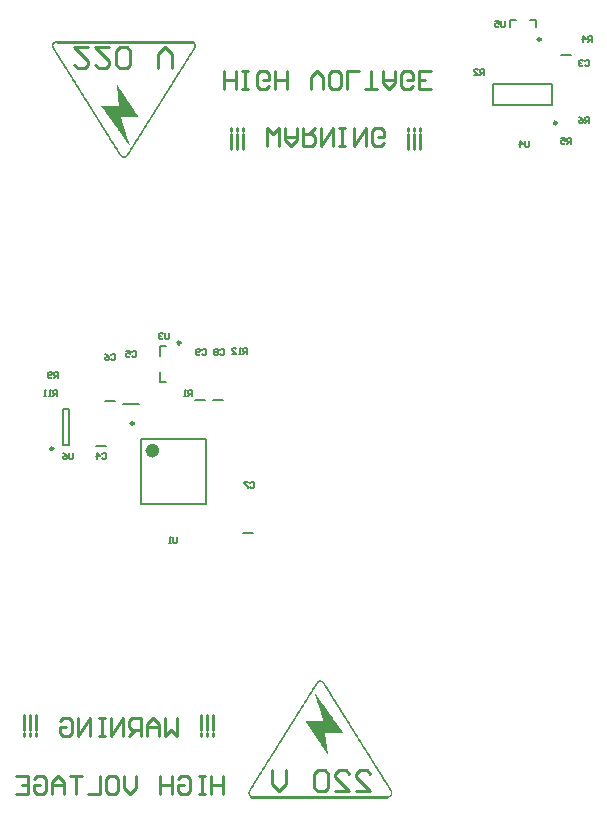
<source format=gbo>
G04*
G04 #@! TF.GenerationSoftware,Altium Limited,Altium Designer,24.5.2 (23)*
G04*
G04 Layer_Color=32896*
%FSLAX44Y44*%
%MOMM*%
G71*
G04*
G04 #@! TF.SameCoordinates,E6D3E557-3EFE-479C-B101-03A66C20DB95*
G04*
G04*
G04 #@! TF.FilePolarity,Positive*
G04*
G01*
G75*
%ADD10C,0.2540*%
%ADD11C,0.2500*%
%ADD14C,0.2000*%
%ADD17C,0.1270*%
%ADD76C,0.6000*%
G36*
X425293Y203552D02*
X426427D01*
Y203174D01*
X426805D01*
Y202796D01*
X427183D01*
Y202418D01*
X427561D01*
Y202040D01*
X427939D01*
Y201283D01*
X428317D01*
Y200905D01*
X428696D01*
Y200149D01*
X429074D01*
Y199393D01*
X429452D01*
Y199015D01*
X429830D01*
Y198259D01*
X430208D01*
Y197881D01*
X430586D01*
Y197125D01*
X430964D01*
Y196747D01*
X431342D01*
Y195991D01*
X431720D01*
Y195234D01*
X432098D01*
Y194856D01*
X432476D01*
Y194100D01*
X432854D01*
Y193722D01*
X433232D01*
Y192966D01*
X433610D01*
Y192210D01*
X433988D01*
Y191832D01*
X434367D01*
Y191076D01*
X434745D01*
Y190698D01*
X435123D01*
Y189941D01*
X435501D01*
Y189185D01*
X435879D01*
Y188807D01*
X436257D01*
Y188051D01*
X436635D01*
Y187673D01*
X437013D01*
Y186917D01*
X437391D01*
Y186161D01*
X437769D01*
Y185783D01*
X438147D01*
Y185026D01*
X438525D01*
Y184648D01*
X438904D01*
Y183892D01*
X439282D01*
Y183136D01*
X439660D01*
Y182758D01*
X440038D01*
Y182002D01*
X440416D01*
Y181624D01*
X440794D01*
Y180868D01*
X441172D01*
Y180112D01*
X441550D01*
Y179734D01*
X441928D01*
Y178977D01*
X442306D01*
Y178599D01*
X442684D01*
Y177843D01*
X443062D01*
Y177087D01*
X443440D01*
Y176709D01*
X443818D01*
Y175953D01*
X444197D01*
Y175575D01*
X444575D01*
Y174819D01*
X444953D01*
Y174062D01*
X445331D01*
Y173684D01*
X445709D01*
Y172928D01*
X446087D01*
Y172550D01*
X446465D01*
Y171794D01*
X446843D01*
Y171038D01*
X447221D01*
Y170660D01*
X447599D01*
Y169904D01*
X447977D01*
Y169526D01*
X448355D01*
Y168769D01*
X448733D01*
Y168391D01*
X449111D01*
Y167635D01*
X449490D01*
Y166879D01*
X449868D01*
Y166501D01*
X450246D01*
Y165745D01*
X450624D01*
Y165367D01*
X451002D01*
Y164611D01*
X451380D01*
Y163855D01*
X451758D01*
Y163476D01*
X452136D01*
Y162720D01*
X452514D01*
Y162342D01*
X452892D01*
Y161586D01*
X453270D01*
Y160830D01*
X453648D01*
Y160452D01*
X454026D01*
Y159696D01*
X454404D01*
Y159318D01*
X454782D01*
Y158561D01*
X455160D01*
Y157805D01*
X455539D01*
Y157427D01*
X455917D01*
Y156671D01*
X456295D01*
Y156293D01*
X456673D01*
Y155537D01*
X457051D01*
Y154781D01*
X457429D01*
Y154403D01*
X457807D01*
Y153647D01*
X458185D01*
Y153268D01*
X458563D01*
Y152512D01*
X458941D01*
Y151756D01*
X459319D01*
Y151378D01*
X459697D01*
Y150622D01*
X460075D01*
Y150244D01*
X460453D01*
Y149488D01*
X460832D01*
Y148732D01*
X461210D01*
Y148354D01*
X461588D01*
Y147597D01*
X461966D01*
Y147219D01*
X462344D01*
Y146463D01*
X462722D01*
Y145707D01*
X463100D01*
Y145329D01*
X463478D01*
Y144573D01*
X463856D01*
Y144195D01*
X464234D01*
Y143439D01*
X464612D01*
Y142683D01*
X464990D01*
Y142304D01*
X465368D01*
Y141548D01*
X465746D01*
Y141170D01*
X466125D01*
Y140414D01*
X466503D01*
Y139658D01*
X466881D01*
Y139280D01*
X467259D01*
Y138524D01*
X467637D01*
Y138146D01*
X468015D01*
Y137389D01*
X468393D01*
Y136633D01*
X468771D01*
Y136255D01*
X469149D01*
Y135499D01*
X469527D01*
Y135121D01*
X469905D01*
Y134365D01*
X470283D01*
Y133609D01*
X470662D01*
Y133231D01*
X471040D01*
Y132475D01*
X471418D01*
Y132097D01*
X471796D01*
Y131340D01*
X472174D01*
Y130584D01*
X472552D01*
Y130206D01*
X472930D01*
Y129450D01*
X473308D01*
Y129072D01*
X473686D01*
Y128316D01*
X474064D01*
Y127938D01*
X474442D01*
Y127182D01*
X474820D01*
Y126426D01*
X475198D01*
Y126047D01*
X475576D01*
Y125291D01*
X475955D01*
Y124913D01*
X476333D01*
Y124157D01*
X476711D01*
Y123401D01*
X477089D01*
Y123023D01*
X477467D01*
Y122267D01*
X477845D01*
Y121889D01*
X478223D01*
Y121132D01*
X478601D01*
Y120376D01*
X478979D01*
Y119998D01*
X479357D01*
Y119242D01*
X479735D01*
Y118864D01*
X480113D01*
Y118108D01*
X480491D01*
Y117352D01*
X480869D01*
Y116974D01*
X481247D01*
Y116217D01*
X481626D01*
Y115839D01*
X482004D01*
Y115083D01*
X482382D01*
Y114327D01*
X482760D01*
Y113949D01*
X483138D01*
Y113193D01*
X483516D01*
Y112815D01*
X483894D01*
Y112059D01*
X484272D01*
Y111303D01*
X484650D01*
Y110925D01*
X485028D01*
Y110168D01*
X485406D01*
Y107144D01*
X485028D01*
Y106388D01*
X484650D01*
Y106010D01*
X484272D01*
Y105632D01*
X483894D01*
Y105253D01*
X483138D01*
Y104875D01*
X365558D01*
Y105253D01*
X364801D01*
Y105632D01*
X364423D01*
Y106010D01*
X364045D01*
Y106766D01*
X363667D01*
Y107522D01*
X363289D01*
Y109790D01*
X363667D01*
Y110546D01*
X364045D01*
Y111303D01*
X364423D01*
Y112059D01*
X364801D01*
Y112437D01*
X365180D01*
Y113193D01*
X365558D01*
Y113949D01*
X365936D01*
Y114327D01*
X366314D01*
Y115083D01*
X366692D01*
Y115461D01*
X367070D01*
Y116217D01*
X367448D01*
Y116596D01*
X367826D01*
Y117352D01*
X368204D01*
Y118108D01*
X368582D01*
Y118486D01*
X368960D01*
Y119242D01*
X369338D01*
Y119620D01*
X369716D01*
Y120376D01*
X370094D01*
Y121132D01*
X370473D01*
Y121510D01*
X370851D01*
Y122267D01*
X371229D01*
Y122645D01*
X371607D01*
Y123401D01*
X371985D01*
Y124157D01*
X372363D01*
Y124535D01*
X372741D01*
Y125291D01*
X373119D01*
Y125669D01*
X373497D01*
Y126426D01*
X373875D01*
Y127182D01*
X374253D01*
Y127560D01*
X374631D01*
Y128316D01*
X375009D01*
Y128694D01*
X375387D01*
Y129450D01*
X375766D01*
Y130206D01*
X376144D01*
Y130584D01*
X376522D01*
Y131340D01*
X376900D01*
Y131718D01*
X377278D01*
Y132475D01*
X377656D01*
Y133231D01*
X378034D01*
Y133609D01*
X378412D01*
Y134365D01*
X378790D01*
Y134743D01*
X379168D01*
Y135499D01*
X379546D01*
Y136255D01*
X379924D01*
Y136633D01*
X380302D01*
Y137389D01*
X380681D01*
Y137768D01*
X381059D01*
Y138524D01*
X381437D01*
Y139280D01*
X381815D01*
Y139658D01*
X382193D01*
Y140414D01*
X382571D01*
Y140792D01*
X382949D01*
Y141548D01*
X383327D01*
Y141926D01*
X383705D01*
Y142683D01*
X384083D01*
Y143439D01*
X384461D01*
Y143817D01*
X384839D01*
Y144573D01*
X385217D01*
Y144951D01*
X385595D01*
Y145707D01*
X385974D01*
Y146463D01*
X386352D01*
Y146841D01*
X386730D01*
Y147597D01*
X387108D01*
Y148354D01*
X387486D01*
Y148732D01*
X387864D01*
Y149488D01*
X388242D01*
Y149866D01*
X388620D01*
Y150622D01*
X388998D01*
Y151000D01*
X389376D01*
Y151756D01*
X389754D01*
Y152512D01*
X390132D01*
Y152890D01*
X390510D01*
Y153647D01*
X390888D01*
Y154025D01*
X391267D01*
Y154781D01*
X391645D01*
Y155537D01*
X392023D01*
Y155915D01*
X392401D01*
Y156671D01*
X392779D01*
Y157049D01*
X393157D01*
Y157805D01*
X393535D01*
Y158561D01*
X393913D01*
Y158940D01*
X394291D01*
Y159696D01*
X394669D01*
Y160074D01*
X395047D01*
Y160830D01*
X395425D01*
Y161586D01*
X395803D01*
Y161964D01*
X396181D01*
Y162720D01*
X396559D01*
Y163098D01*
X396938D01*
Y163855D01*
X397316D01*
Y164611D01*
X397694D01*
Y164989D01*
X398072D01*
Y165745D01*
X398450D01*
Y166123D01*
X398828D01*
Y166879D01*
X399206D01*
Y167635D01*
X399584D01*
Y168013D01*
X399962D01*
Y168769D01*
X400340D01*
Y169147D01*
X400718D01*
Y169904D01*
X401096D01*
Y170282D01*
X401474D01*
Y171038D01*
X401852D01*
Y171794D01*
X402231D01*
Y172172D01*
X402609D01*
Y172928D01*
X402987D01*
Y173684D01*
X403365D01*
Y174062D01*
X403743D01*
Y174819D01*
X404121D01*
Y175197D01*
X404499D01*
Y175953D01*
X404877D01*
Y176709D01*
X405255D01*
Y177087D01*
X405633D01*
Y177843D01*
X406011D01*
Y178221D01*
X406389D01*
Y178977D01*
X406767D01*
Y179355D01*
X407146D01*
Y180112D01*
X407524D01*
Y180868D01*
X407902D01*
Y181246D01*
X408280D01*
Y182002D01*
X408658D01*
Y182758D01*
X409036D01*
Y183136D01*
X409414D01*
Y183892D01*
X409792D01*
Y184270D01*
X410170D01*
Y185026D01*
X410548D01*
Y185405D01*
X410926D01*
Y186161D01*
X411304D01*
Y186917D01*
X411682D01*
Y187295D01*
X412060D01*
Y188051D01*
X412439D01*
Y188429D01*
X412817D01*
Y189185D01*
X413195D01*
Y189941D01*
X413573D01*
Y190319D01*
X413951D01*
Y191076D01*
X414329D01*
Y191454D01*
X414707D01*
Y192210D01*
X415085D01*
Y192966D01*
X415463D01*
Y193344D01*
X415841D01*
Y194100D01*
X416219D01*
Y194478D01*
X416597D01*
Y195234D01*
X416975D01*
Y195991D01*
X417353D01*
Y196369D01*
X417732D01*
Y197125D01*
X418110D01*
Y197503D01*
X418488D01*
Y198259D01*
X418866D01*
Y199015D01*
X419244D01*
Y199393D01*
X419622D01*
Y200149D01*
X420000D01*
Y200527D01*
X420378D01*
Y201283D01*
X420756D01*
Y202040D01*
X421134D01*
Y202418D01*
X421512D01*
Y202796D01*
X421890D01*
Y203174D01*
X422268D01*
Y203552D01*
X423403D01*
Y203930D01*
X425293D01*
Y203552D01*
D02*
G37*
G36*
X316940Y744631D02*
X317696D01*
Y744252D01*
X318075D01*
Y743874D01*
X318453D01*
Y743118D01*
X318831D01*
Y742362D01*
X319209D01*
Y740094D01*
X318831D01*
Y739338D01*
X318453D01*
Y738581D01*
X318075D01*
Y737825D01*
X317696D01*
Y737447D01*
X317318D01*
Y736691D01*
X316940D01*
Y735935D01*
X316562D01*
Y735557D01*
X316184D01*
Y734801D01*
X315806D01*
Y734423D01*
X315428D01*
Y733667D01*
X315050D01*
Y733288D01*
X314672D01*
Y732532D01*
X314294D01*
Y731776D01*
X313916D01*
Y731398D01*
X313538D01*
Y730642D01*
X313160D01*
Y730264D01*
X312782D01*
Y729508D01*
X312404D01*
Y728752D01*
X312025D01*
Y728373D01*
X311647D01*
Y727617D01*
X311269D01*
Y727239D01*
X310891D01*
Y726483D01*
X310513D01*
Y725727D01*
X310135D01*
Y725349D01*
X309757D01*
Y724593D01*
X309379D01*
Y724215D01*
X309001D01*
Y723458D01*
X308623D01*
Y722702D01*
X308245D01*
Y722324D01*
X307867D01*
Y721568D01*
X307489D01*
Y721190D01*
X307111D01*
Y720434D01*
X306732D01*
Y719678D01*
X306354D01*
Y719300D01*
X305976D01*
Y718544D01*
X305598D01*
Y718166D01*
X305220D01*
Y717409D01*
X304842D01*
Y716653D01*
X304464D01*
Y716275D01*
X304086D01*
Y715519D01*
X303708D01*
Y715141D01*
X303330D01*
Y714385D01*
X302952D01*
Y713629D01*
X302574D01*
Y713251D01*
X302196D01*
Y712495D01*
X301817D01*
Y712116D01*
X301439D01*
Y711360D01*
X301061D01*
Y710604D01*
X300683D01*
Y710226D01*
X300305D01*
Y709470D01*
X299927D01*
Y709092D01*
X299549D01*
Y708336D01*
X299171D01*
Y707958D01*
X298793D01*
Y707202D01*
X298415D01*
Y706445D01*
X298037D01*
Y706067D01*
X297659D01*
Y705311D01*
X297281D01*
Y704933D01*
X296903D01*
Y704177D01*
X296525D01*
Y703421D01*
X296146D01*
Y703043D01*
X295768D01*
Y702287D01*
X295390D01*
Y701530D01*
X295012D01*
Y701152D01*
X294634D01*
Y700396D01*
X294256D01*
Y700018D01*
X293878D01*
Y699262D01*
X293500D01*
Y698884D01*
X293122D01*
Y698128D01*
X292744D01*
Y697372D01*
X292366D01*
Y696994D01*
X291988D01*
Y696237D01*
X291610D01*
Y695859D01*
X291231D01*
Y695103D01*
X290853D01*
Y694347D01*
X290475D01*
Y693969D01*
X290097D01*
Y693213D01*
X289719D01*
Y692835D01*
X289341D01*
Y692079D01*
X288963D01*
Y691322D01*
X288585D01*
Y690944D01*
X288207D01*
Y690188D01*
X287829D01*
Y689810D01*
X287451D01*
Y689054D01*
X287073D01*
Y688298D01*
X286695D01*
Y687920D01*
X286317D01*
Y687164D01*
X285938D01*
Y686786D01*
X285560D01*
Y686030D01*
X285182D01*
Y685273D01*
X284804D01*
Y684895D01*
X284426D01*
Y684139D01*
X284048D01*
Y683761D01*
X283670D01*
Y683005D01*
X283292D01*
Y682249D01*
X282914D01*
Y681871D01*
X282536D01*
Y681115D01*
X282158D01*
Y680736D01*
X281780D01*
Y679980D01*
X281402D01*
Y679602D01*
X281024D01*
Y678846D01*
X280646D01*
Y678090D01*
X280267D01*
Y677712D01*
X279889D01*
Y676956D01*
X279511D01*
Y676200D01*
X279133D01*
Y675822D01*
X278755D01*
Y675065D01*
X278377D01*
Y674687D01*
X277999D01*
Y673931D01*
X277621D01*
Y673175D01*
X277243D01*
Y672797D01*
X276865D01*
Y672041D01*
X276487D01*
Y671663D01*
X276109D01*
Y670907D01*
X275731D01*
Y670529D01*
X275352D01*
Y669772D01*
X274974D01*
Y669016D01*
X274596D01*
Y668638D01*
X274218D01*
Y667882D01*
X273840D01*
Y667126D01*
X273462D01*
Y666748D01*
X273084D01*
Y665992D01*
X272706D01*
Y665614D01*
X272328D01*
Y664857D01*
X271950D01*
Y664479D01*
X271572D01*
Y663723D01*
X271194D01*
Y662967D01*
X270816D01*
Y662589D01*
X270438D01*
Y661833D01*
X270060D01*
Y661455D01*
X269681D01*
Y660699D01*
X269303D01*
Y659943D01*
X268925D01*
Y659565D01*
X268547D01*
Y658808D01*
X268169D01*
Y658430D01*
X267791D01*
Y657674D01*
X267413D01*
Y656918D01*
X267035D01*
Y656540D01*
X266657D01*
Y655784D01*
X266279D01*
Y655406D01*
X265901D01*
Y654650D01*
X265523D01*
Y653893D01*
X265145D01*
Y653515D01*
X264767D01*
Y652759D01*
X264388D01*
Y652381D01*
X264010D01*
Y651625D01*
X263632D01*
Y650869D01*
X263254D01*
Y650491D01*
X262876D01*
Y649735D01*
X262498D01*
Y649357D01*
X262120D01*
Y648600D01*
X261742D01*
Y647844D01*
X261364D01*
Y647466D01*
X260986D01*
Y647088D01*
X260608D01*
Y646710D01*
X260230D01*
Y646332D01*
X259095D01*
Y645954D01*
X257205D01*
Y646332D01*
X256071D01*
Y646710D01*
X255693D01*
Y647088D01*
X255315D01*
Y647466D01*
X254937D01*
Y647844D01*
X254559D01*
Y648600D01*
X254181D01*
Y648979D01*
X253802D01*
Y649735D01*
X253424D01*
Y650491D01*
X253046D01*
Y650869D01*
X252668D01*
Y651625D01*
X252290D01*
Y652003D01*
X251912D01*
Y652759D01*
X251534D01*
Y653137D01*
X251156D01*
Y653893D01*
X250778D01*
Y654650D01*
X250400D01*
Y655028D01*
X250022D01*
Y655784D01*
X249644D01*
Y656162D01*
X249266D01*
Y656918D01*
X248888D01*
Y657674D01*
X248510D01*
Y658052D01*
X248131D01*
Y658808D01*
X247753D01*
Y659186D01*
X247375D01*
Y659943D01*
X246997D01*
Y660699D01*
X246619D01*
Y661077D01*
X246241D01*
Y661833D01*
X245863D01*
Y662211D01*
X245485D01*
Y662967D01*
X245107D01*
Y663723D01*
X244729D01*
Y664101D01*
X244351D01*
Y664857D01*
X243973D01*
Y665236D01*
X243594D01*
Y665992D01*
X243216D01*
Y666748D01*
X242838D01*
Y667126D01*
X242460D01*
Y667882D01*
X242082D01*
Y668260D01*
X241704D01*
Y669016D01*
X241326D01*
Y669772D01*
X240948D01*
Y670151D01*
X240570D01*
Y670907D01*
X240192D01*
Y671285D01*
X239814D01*
Y672041D01*
X239436D01*
Y672797D01*
X239058D01*
Y673175D01*
X238680D01*
Y673931D01*
X238302D01*
Y674309D01*
X237924D01*
Y675065D01*
X237545D01*
Y675822D01*
X237167D01*
Y676200D01*
X236789D01*
Y676956D01*
X236411D01*
Y677334D01*
X236033D01*
Y678090D01*
X235655D01*
Y678846D01*
X235277D01*
Y679224D01*
X234899D01*
Y679980D01*
X234521D01*
Y680358D01*
X234143D01*
Y681115D01*
X233765D01*
Y681493D01*
X233387D01*
Y682249D01*
X233008D01*
Y683005D01*
X232630D01*
Y683383D01*
X232252D01*
Y684139D01*
X231874D01*
Y684517D01*
X231496D01*
Y685273D01*
X231118D01*
Y686030D01*
X230740D01*
Y686408D01*
X230362D01*
Y687164D01*
X229984D01*
Y687542D01*
X229606D01*
Y688298D01*
X229228D01*
Y689054D01*
X228850D01*
Y689432D01*
X228472D01*
Y690188D01*
X228094D01*
Y690566D01*
X227715D01*
Y691322D01*
X227337D01*
Y692079D01*
X226959D01*
Y692457D01*
X226581D01*
Y693213D01*
X226203D01*
Y693591D01*
X225825D01*
Y694347D01*
X225447D01*
Y695103D01*
X225069D01*
Y695481D01*
X224691D01*
Y696237D01*
X224313D01*
Y696616D01*
X223935D01*
Y697372D01*
X223557D01*
Y698128D01*
X223179D01*
Y698506D01*
X222801D01*
Y699262D01*
X222423D01*
Y699640D01*
X222045D01*
Y700396D01*
X221666D01*
Y701152D01*
X221288D01*
Y701530D01*
X220910D01*
Y702287D01*
X220532D01*
Y702665D01*
X220154D01*
Y703421D01*
X219776D01*
Y704177D01*
X219398D01*
Y704555D01*
X219020D01*
Y705311D01*
X218642D01*
Y705689D01*
X218264D01*
Y706445D01*
X217886D01*
Y707202D01*
X217508D01*
Y707580D01*
X217129D01*
Y708336D01*
X216751D01*
Y708714D01*
X216373D01*
Y709470D01*
X215995D01*
Y710226D01*
X215617D01*
Y710604D01*
X215239D01*
Y711360D01*
X214861D01*
Y711738D01*
X214483D01*
Y712495D01*
X214105D01*
Y713251D01*
X213727D01*
Y713629D01*
X213349D01*
Y714385D01*
X212971D01*
Y714763D01*
X212593D01*
Y715519D01*
X212215D01*
Y716275D01*
X211836D01*
Y716653D01*
X211458D01*
Y717409D01*
X211080D01*
Y717787D01*
X210702D01*
Y718544D01*
X210324D01*
Y719300D01*
X209946D01*
Y719678D01*
X209568D01*
Y720434D01*
X209190D01*
Y720812D01*
X208812D01*
Y721568D01*
X208434D01*
Y721946D01*
X208056D01*
Y722702D01*
X207678D01*
Y723458D01*
X207300D01*
Y723837D01*
X206922D01*
Y724593D01*
X206544D01*
Y724971D01*
X206166D01*
Y725727D01*
X205787D01*
Y726483D01*
X205409D01*
Y726861D01*
X205031D01*
Y727617D01*
X204653D01*
Y727995D01*
X204275D01*
Y728752D01*
X203897D01*
Y729508D01*
X203519D01*
Y729886D01*
X203141D01*
Y730642D01*
X202763D01*
Y731020D01*
X202385D01*
Y731776D01*
X202007D01*
Y732532D01*
X201629D01*
Y732910D01*
X201250D01*
Y733667D01*
X200872D01*
Y734045D01*
X200494D01*
Y734801D01*
X200116D01*
Y735557D01*
X199738D01*
Y735935D01*
X199360D01*
Y736691D01*
X198982D01*
Y737069D01*
X198604D01*
Y737825D01*
X198226D01*
Y738581D01*
X197848D01*
Y738960D01*
X197470D01*
Y739716D01*
X197092D01*
Y742740D01*
X197470D01*
Y743496D01*
X197848D01*
Y743874D01*
X198226D01*
Y744252D01*
X198604D01*
Y744631D01*
X199360D01*
Y745009D01*
X316940D01*
Y744631D01*
D02*
G37*
%LPC*%
G36*
X425671Y202418D02*
X423403D01*
Y202040D01*
X422646D01*
Y201662D01*
X422268D01*
Y200905D01*
X421890D01*
Y200527D01*
X421512D01*
Y199771D01*
X421134D01*
Y199393D01*
X420756D01*
Y198637D01*
X420378D01*
Y197881D01*
X420000D01*
Y197503D01*
X419622D01*
Y196747D01*
X419244D01*
Y196369D01*
X418866D01*
Y195613D01*
X418488D01*
Y194856D01*
X418110D01*
Y194478D01*
X417732D01*
Y193722D01*
X417353D01*
Y193344D01*
X416975D01*
Y192588D01*
X416597D01*
Y191832D01*
X416219D01*
Y191454D01*
X415841D01*
Y190698D01*
X415463D01*
Y190319D01*
X415085D01*
Y189563D01*
X414707D01*
Y188807D01*
X414329D01*
Y188429D01*
X413951D01*
Y187673D01*
X413573D01*
Y187295D01*
X413195D01*
Y186539D01*
X412817D01*
Y185783D01*
X412439D01*
Y185405D01*
X412060D01*
Y184648D01*
X411682D01*
Y184270D01*
X411304D01*
Y183514D01*
X410926D01*
Y182758D01*
X410548D01*
Y182380D01*
X410170D01*
Y181624D01*
X409792D01*
Y181246D01*
X409414D01*
Y180490D01*
X409036D01*
Y179734D01*
X408658D01*
Y179355D01*
X408280D01*
Y178599D01*
X407902D01*
Y178221D01*
X407524D01*
Y177465D01*
X407146D01*
Y176709D01*
X406767D01*
Y176331D01*
X406389D01*
Y175575D01*
X406011D01*
Y175197D01*
X405633D01*
Y174440D01*
X405255D01*
Y174062D01*
X404877D01*
Y173306D01*
X404499D01*
Y172550D01*
X404121D01*
Y172172D01*
X403743D01*
Y171416D01*
X403365D01*
Y171038D01*
X402987D01*
Y170282D01*
X402609D01*
Y169526D01*
X402231D01*
Y169147D01*
X401852D01*
Y168391D01*
X401474D01*
Y168013D01*
X401096D01*
Y167257D01*
X400718D01*
Y166501D01*
X400340D01*
Y166123D01*
X399962D01*
Y165367D01*
X399584D01*
Y164989D01*
X399206D01*
Y164233D01*
X398828D01*
Y163476D01*
X398450D01*
Y163098D01*
X398072D01*
Y162342D01*
X397694D01*
Y161964D01*
X397316D01*
Y161208D01*
X396938D01*
Y160452D01*
X396559D01*
Y160074D01*
X396181D01*
Y159318D01*
X395803D01*
Y158940D01*
X395425D01*
Y158183D01*
X395047D01*
Y157427D01*
X394669D01*
Y157049D01*
X394291D01*
Y156293D01*
X393913D01*
Y155915D01*
X393535D01*
Y155159D01*
X393157D01*
Y154781D01*
X392779D01*
Y154025D01*
X392401D01*
Y153268D01*
X392023D01*
Y152890D01*
X391645D01*
Y152134D01*
X391267D01*
Y151378D01*
X390888D01*
Y151000D01*
X390510D01*
Y150244D01*
X390132D01*
Y149866D01*
X389754D01*
Y149110D01*
X389376D01*
Y148354D01*
X388998D01*
Y147976D01*
X388620D01*
Y147219D01*
X388242D01*
Y146841D01*
X387864D01*
Y146085D01*
X387486D01*
Y145329D01*
X387108D01*
Y144951D01*
X386730D01*
Y144195D01*
X386352D01*
Y143817D01*
X385974D01*
Y143061D01*
X385595D01*
Y142683D01*
X385217D01*
Y141926D01*
X384839D01*
Y141170D01*
X384461D01*
Y140792D01*
X384083D01*
Y140036D01*
X383705D01*
Y139280D01*
X383327D01*
Y138902D01*
X382949D01*
Y138146D01*
X382571D01*
Y137768D01*
X382193D01*
Y137011D01*
X381815D01*
Y136255D01*
X381437D01*
Y135877D01*
X381059D01*
Y135121D01*
X380681D01*
Y134743D01*
X380302D01*
Y133987D01*
X379924D01*
Y133609D01*
X379546D01*
Y132853D01*
X379168D01*
Y132097D01*
X378790D01*
Y131718D01*
X378412D01*
Y130962D01*
X378034D01*
Y130584D01*
X377656D01*
Y129828D01*
X377278D01*
Y129072D01*
X376900D01*
Y128694D01*
X376522D01*
Y127938D01*
X376144D01*
Y127560D01*
X375766D01*
Y126804D01*
X375387D01*
Y126047D01*
X375009D01*
Y125669D01*
X374631D01*
Y124913D01*
X374253D01*
Y124535D01*
X373875D01*
Y123779D01*
X373497D01*
Y123023D01*
X373119D01*
Y122645D01*
X372741D01*
Y121889D01*
X372363D01*
Y121510D01*
X371985D01*
Y120754D01*
X371607D01*
Y119998D01*
X371229D01*
Y119620D01*
X370851D01*
Y118864D01*
X370473D01*
Y118486D01*
X370094D01*
Y117730D01*
X369716D01*
Y116974D01*
X369338D01*
Y116596D01*
X368960D01*
Y115839D01*
X368582D01*
Y115461D01*
X368204D01*
Y114705D01*
X367826D01*
Y113949D01*
X367448D01*
Y113571D01*
X367070D01*
Y112815D01*
X366692D01*
Y112437D01*
X366314D01*
Y111681D01*
X365936D01*
Y110925D01*
X365558D01*
Y110546D01*
X365180D01*
Y109790D01*
X364801D01*
Y107522D01*
X365180D01*
Y106766D01*
X365558D01*
Y106388D01*
X366692D01*
Y106010D01*
X482382D01*
Y106388D01*
X483138D01*
Y106766D01*
X483516D01*
Y107144D01*
X483894D01*
Y108278D01*
X484272D01*
Y108656D01*
X483894D01*
Y110168D01*
X483516D01*
Y110546D01*
X483138D01*
Y111303D01*
X482760D01*
Y111681D01*
X482382D01*
Y112437D01*
X482004D01*
Y113193D01*
X481626D01*
Y113571D01*
X481247D01*
Y114327D01*
X480869D01*
Y114705D01*
X480491D01*
Y115461D01*
X480113D01*
Y116217D01*
X479735D01*
Y116596D01*
X479357D01*
Y117352D01*
X478979D01*
Y117730D01*
X478601D01*
Y118486D01*
X478223D01*
Y118864D01*
X477845D01*
Y119620D01*
X477467D01*
Y120376D01*
X477089D01*
Y120754D01*
X476711D01*
Y121510D01*
X476333D01*
Y122267D01*
X475955D01*
Y122645D01*
X475576D01*
Y123401D01*
X475198D01*
Y123779D01*
X474820D01*
Y124535D01*
X474442D01*
Y125291D01*
X474064D01*
Y125669D01*
X473686D01*
Y126426D01*
X473308D01*
Y126804D01*
X472930D01*
Y127560D01*
X472552D01*
Y128316D01*
X472174D01*
Y128694D01*
X471796D01*
Y129450D01*
X471418D01*
Y129828D01*
X471040D01*
Y130584D01*
X470662D01*
Y130962D01*
X470283D01*
Y131718D01*
X469905D01*
Y132475D01*
X469527D01*
Y132853D01*
X469149D01*
Y133609D01*
X468771D01*
Y133987D01*
X468393D01*
Y134743D01*
X468015D01*
Y135499D01*
X467637D01*
Y135877D01*
X467259D01*
Y136633D01*
X466881D01*
Y137011D01*
X466503D01*
Y137768D01*
X466125D01*
Y138524D01*
X465746D01*
Y138902D01*
X465368D01*
Y139658D01*
X464990D01*
Y140036D01*
X464612D01*
Y140792D01*
X464234D01*
Y141548D01*
X463856D01*
Y141926D01*
X463478D01*
Y142683D01*
X463100D01*
Y143061D01*
X462722D01*
Y143817D01*
X462344D01*
Y144573D01*
X461966D01*
Y144951D01*
X461588D01*
Y145707D01*
X461210D01*
Y146085D01*
X460832D01*
Y146841D01*
X460453D01*
Y147597D01*
X460075D01*
Y147976D01*
X459697D01*
Y148732D01*
X459319D01*
Y149110D01*
X458941D01*
Y149866D01*
X458563D01*
Y150622D01*
X458185D01*
Y151000D01*
X457807D01*
Y151756D01*
X457429D01*
Y152134D01*
X457051D01*
Y152890D01*
X456673D01*
Y153268D01*
X456295D01*
Y154025D01*
X455917D01*
Y154781D01*
X455539D01*
Y155159D01*
X455160D01*
Y155915D01*
X454782D01*
Y156293D01*
X454404D01*
Y157049D01*
X454026D01*
Y157805D01*
X453648D01*
Y158183D01*
X453270D01*
Y158940D01*
X452892D01*
Y159696D01*
X452514D01*
Y160074D01*
X452136D01*
Y160830D01*
X451758D01*
Y161208D01*
X451380D01*
Y161964D01*
X451002D01*
Y162342D01*
X450624D01*
Y163098D01*
X450246D01*
Y163855D01*
X449868D01*
Y164233D01*
X449490D01*
Y164989D01*
X449111D01*
Y165367D01*
X448733D01*
Y166123D01*
X448355D01*
Y166879D01*
X447977D01*
Y167257D01*
X447599D01*
Y168013D01*
X447221D01*
Y168391D01*
X446843D01*
Y169147D01*
X446465D01*
Y169904D01*
X446087D01*
Y170282D01*
X445709D01*
Y171038D01*
X445331D01*
Y171416D01*
X444953D01*
Y172172D01*
X444575D01*
Y172928D01*
X444197D01*
Y173306D01*
X443818D01*
Y174062D01*
X443440D01*
Y174440D01*
X443062D01*
Y175197D01*
X442684D01*
Y175953D01*
X442306D01*
Y176331D01*
X441928D01*
Y177087D01*
X441550D01*
Y177465D01*
X441172D01*
Y178221D01*
X440794D01*
Y178977D01*
X440416D01*
Y179355D01*
X440038D01*
Y180112D01*
X439660D01*
Y180490D01*
X439282D01*
Y181246D01*
X438904D01*
Y182002D01*
X438525D01*
Y182380D01*
X438147D01*
Y183136D01*
X437769D01*
Y183514D01*
X437391D01*
Y184270D01*
X437013D01*
Y185026D01*
X436635D01*
Y185405D01*
X436257D01*
Y186161D01*
X435879D01*
Y186539D01*
X435501D01*
Y187295D01*
X435123D01*
Y188051D01*
X434745D01*
Y188429D01*
X434367D01*
Y189185D01*
X433988D01*
Y189563D01*
X433610D01*
Y190319D01*
X433232D01*
Y191076D01*
X432854D01*
Y191454D01*
X432476D01*
Y192210D01*
X432098D01*
Y192588D01*
X431720D01*
Y193344D01*
X431342D01*
Y193722D01*
X430964D01*
Y194478D01*
X430586D01*
Y195234D01*
X430208D01*
Y195613D01*
X429830D01*
Y196369D01*
X429452D01*
Y196747D01*
X429074D01*
Y197503D01*
X428696D01*
Y198259D01*
X428317D01*
Y198637D01*
X427939D01*
Y199393D01*
X427561D01*
Y200149D01*
X427183D01*
Y200527D01*
X426805D01*
Y201283D01*
X426427D01*
Y201662D01*
X426049D01*
Y202040D01*
X425671D01*
Y202418D01*
D02*
G37*
%LPD*%
G36*
X420000Y192588D02*
X420378D01*
Y191832D01*
X420756D01*
Y191454D01*
X421134D01*
Y190698D01*
X421512D01*
Y190319D01*
X421890D01*
Y189941D01*
X422268D01*
Y189185D01*
X422646D01*
Y188807D01*
X423024D01*
Y188429D01*
X423403D01*
Y187673D01*
X423781D01*
Y187295D01*
X424159D01*
Y186539D01*
X424537D01*
Y186161D01*
X424915D01*
Y185783D01*
X425293D01*
Y185026D01*
X425671D01*
Y184648D01*
X426049D01*
Y183892D01*
X426427D01*
Y183514D01*
X426805D01*
Y183136D01*
X427183D01*
Y182380D01*
X427561D01*
Y182002D01*
X427939D01*
Y181246D01*
X428317D01*
Y180868D01*
X428696D01*
Y180490D01*
X429074D01*
Y179734D01*
X429452D01*
Y179355D01*
X429830D01*
Y178599D01*
X430208D01*
Y178221D01*
X430586D01*
Y177843D01*
X430964D01*
Y177087D01*
X431342D01*
Y176709D01*
X431720D01*
Y175953D01*
X432098D01*
Y175575D01*
X432476D01*
Y175197D01*
X432854D01*
Y174440D01*
X433232D01*
Y174062D01*
X433610D01*
Y173684D01*
X433988D01*
Y172928D01*
X434367D01*
Y172550D01*
X434745D01*
Y171794D01*
X435123D01*
Y171416D01*
X435501D01*
Y170660D01*
X435879D01*
Y170282D01*
X436257D01*
Y169904D01*
X436635D01*
Y169147D01*
X437013D01*
Y168769D01*
X437391D01*
Y168013D01*
X437769D01*
Y167635D01*
X438147D01*
Y167257D01*
X438525D01*
Y166501D01*
X438904D01*
Y166123D01*
X439282D01*
Y165745D01*
X439660D01*
Y164989D01*
X440038D01*
Y164611D01*
X440416D01*
Y163855D01*
X440794D01*
Y163476D01*
X441172D01*
Y163098D01*
X441550D01*
Y162342D01*
X441928D01*
Y161964D01*
X442306D01*
Y161208D01*
X442684D01*
Y160830D01*
X443062D01*
Y160452D01*
X443440D01*
Y159696D01*
X430208D01*
Y159318D01*
X428317D01*
Y158940D01*
X428696D01*
Y156293D01*
X429074D01*
Y153268D01*
X429452D01*
Y150244D01*
X429830D01*
Y147219D01*
X430208D01*
Y144195D01*
X430586D01*
Y141170D01*
X430208D01*
Y141926D01*
X429830D01*
Y142683D01*
X429452D01*
Y143061D01*
X429074D01*
Y143817D01*
X428696D01*
Y144195D01*
X428317D01*
Y144951D01*
X427939D01*
Y145329D01*
X427561D01*
Y146085D01*
X427183D01*
Y146463D01*
X426805D01*
Y147219D01*
X426427D01*
Y147597D01*
X426049D01*
Y148354D01*
X425671D01*
Y148732D01*
X425293D01*
Y149488D01*
X424915D01*
Y149866D01*
X424537D01*
Y150622D01*
X424159D01*
Y151000D01*
X423781D01*
Y151756D01*
X423403D01*
Y152134D01*
X423024D01*
Y152890D01*
X422646D01*
Y153268D01*
X422268D01*
Y154025D01*
X421890D01*
Y154403D01*
X421512D01*
Y155159D01*
X421134D01*
Y155537D01*
X420756D01*
Y156293D01*
X420378D01*
Y156671D01*
X420000D01*
Y157427D01*
X419622D01*
Y157805D01*
X419244D01*
Y158561D01*
X418866D01*
Y158940D01*
X418488D01*
Y159696D01*
X418110D01*
Y160074D01*
X417732D01*
Y160830D01*
X417353D01*
Y161208D01*
X416975D01*
Y161964D01*
X416597D01*
Y162342D01*
X416219D01*
Y163098D01*
X415841D01*
Y163476D01*
X415463D01*
Y164233D01*
X415085D01*
Y164611D01*
X414707D01*
Y165367D01*
X414329D01*
Y165745D01*
X413951D01*
Y166501D01*
X413573D01*
Y166879D01*
X413195D01*
Y167635D01*
X412817D01*
Y168013D01*
X412439D01*
Y168769D01*
X412060D01*
Y169147D01*
X427183D01*
Y169526D01*
X426805D01*
Y171038D01*
X426427D01*
Y172172D01*
X426049D01*
Y173306D01*
X425671D01*
Y174440D01*
X425293D01*
Y175575D01*
X424915D01*
Y176709D01*
X424537D01*
Y177843D01*
X424159D01*
Y178977D01*
X423781D01*
Y180112D01*
X423403D01*
Y181624D01*
X423024D01*
Y182758D01*
X422646D01*
Y183892D01*
X422268D01*
Y185026D01*
X421890D01*
Y186161D01*
X421512D01*
Y187295D01*
X421134D01*
Y188429D01*
X420756D01*
Y189563D01*
X420378D01*
Y190698D01*
X420000D01*
Y191832D01*
X419622D01*
Y192966D01*
X420000D01*
Y192588D01*
D02*
G37*
%LPC*%
G36*
X315806Y743874D02*
X200116D01*
Y743496D01*
X199360D01*
Y743118D01*
X198982D01*
Y742740D01*
X198604D01*
Y741606D01*
X198226D01*
Y741228D01*
X198604D01*
Y739716D01*
X198982D01*
Y739338D01*
X199360D01*
Y738581D01*
X199738D01*
Y738203D01*
X200116D01*
Y737447D01*
X200494D01*
Y736691D01*
X200872D01*
Y736313D01*
X201250D01*
Y735557D01*
X201629D01*
Y735179D01*
X202007D01*
Y734423D01*
X202385D01*
Y733667D01*
X202763D01*
Y733288D01*
X203141D01*
Y732532D01*
X203519D01*
Y732154D01*
X203897D01*
Y731398D01*
X204275D01*
Y731020D01*
X204653D01*
Y730264D01*
X205031D01*
Y729508D01*
X205409D01*
Y729130D01*
X205787D01*
Y728373D01*
X206166D01*
Y727617D01*
X206544D01*
Y727239D01*
X206922D01*
Y726483D01*
X207300D01*
Y726105D01*
X207678D01*
Y725349D01*
X208056D01*
Y724593D01*
X208434D01*
Y724215D01*
X208812D01*
Y723458D01*
X209190D01*
Y723081D01*
X209568D01*
Y722324D01*
X209946D01*
Y721568D01*
X210324D01*
Y721190D01*
X210702D01*
Y720434D01*
X211080D01*
Y720056D01*
X211458D01*
Y719300D01*
X211836D01*
Y718922D01*
X212215D01*
Y718166D01*
X212593D01*
Y717409D01*
X212971D01*
Y717031D01*
X213349D01*
Y716275D01*
X213727D01*
Y715897D01*
X214105D01*
Y715141D01*
X214483D01*
Y714385D01*
X214861D01*
Y714007D01*
X215239D01*
Y713251D01*
X215617D01*
Y712873D01*
X215995D01*
Y712116D01*
X216373D01*
Y711360D01*
X216751D01*
Y710982D01*
X217129D01*
Y710226D01*
X217508D01*
Y709848D01*
X217886D01*
Y709092D01*
X218264D01*
Y708336D01*
X218642D01*
Y707958D01*
X219020D01*
Y707202D01*
X219398D01*
Y706823D01*
X219776D01*
Y706067D01*
X220154D01*
Y705311D01*
X220532D01*
Y704933D01*
X220910D01*
Y704177D01*
X221288D01*
Y703799D01*
X221666D01*
Y703043D01*
X222045D01*
Y702287D01*
X222423D01*
Y701908D01*
X222801D01*
Y701152D01*
X223179D01*
Y700774D01*
X223557D01*
Y700018D01*
X223935D01*
Y699262D01*
X224313D01*
Y698884D01*
X224691D01*
Y698128D01*
X225069D01*
Y697750D01*
X225447D01*
Y696994D01*
X225825D01*
Y696616D01*
X226203D01*
Y695859D01*
X226581D01*
Y695103D01*
X226959D01*
Y694725D01*
X227337D01*
Y693969D01*
X227715D01*
Y693591D01*
X228094D01*
Y692835D01*
X228472D01*
Y692079D01*
X228850D01*
Y691701D01*
X229228D01*
Y690944D01*
X229606D01*
Y690188D01*
X229984D01*
Y689810D01*
X230362D01*
Y689054D01*
X230740D01*
Y688676D01*
X231118D01*
Y687920D01*
X231496D01*
Y687542D01*
X231874D01*
Y686786D01*
X232252D01*
Y686030D01*
X232630D01*
Y685651D01*
X233008D01*
Y684895D01*
X233387D01*
Y684517D01*
X233765D01*
Y683761D01*
X234143D01*
Y683005D01*
X234521D01*
Y682627D01*
X234899D01*
Y681871D01*
X235277D01*
Y681493D01*
X235655D01*
Y680736D01*
X236033D01*
Y679980D01*
X236411D01*
Y679602D01*
X236789D01*
Y678846D01*
X237167D01*
Y678468D01*
X237545D01*
Y677712D01*
X237924D01*
Y676956D01*
X238302D01*
Y676578D01*
X238680D01*
Y675822D01*
X239058D01*
Y675443D01*
X239436D01*
Y674687D01*
X239814D01*
Y673931D01*
X240192D01*
Y673553D01*
X240570D01*
Y672797D01*
X240948D01*
Y672419D01*
X241326D01*
Y671663D01*
X241704D01*
Y670907D01*
X242082D01*
Y670529D01*
X242460D01*
Y669772D01*
X242838D01*
Y669394D01*
X243216D01*
Y668638D01*
X243594D01*
Y667882D01*
X243973D01*
Y667504D01*
X244351D01*
Y666748D01*
X244729D01*
Y666370D01*
X245107D01*
Y665614D01*
X245485D01*
Y664857D01*
X245863D01*
Y664479D01*
X246241D01*
Y663723D01*
X246619D01*
Y663345D01*
X246997D01*
Y662589D01*
X247375D01*
Y661833D01*
X247753D01*
Y661455D01*
X248131D01*
Y660699D01*
X248510D01*
Y660321D01*
X248888D01*
Y659565D01*
X249266D01*
Y658808D01*
X249644D01*
Y658430D01*
X250022D01*
Y657674D01*
X250400D01*
Y657296D01*
X250778D01*
Y656540D01*
X251156D01*
Y656162D01*
X251534D01*
Y655406D01*
X251912D01*
Y654650D01*
X252290D01*
Y654271D01*
X252668D01*
Y653515D01*
X253046D01*
Y653137D01*
X253424D01*
Y652381D01*
X253802D01*
Y651625D01*
X254181D01*
Y651247D01*
X254559D01*
Y650491D01*
X254937D01*
Y649735D01*
X255315D01*
Y649357D01*
X255693D01*
Y648600D01*
X256071D01*
Y648222D01*
X256449D01*
Y647844D01*
X256827D01*
Y647466D01*
X259095D01*
Y647844D01*
X259852D01*
Y648222D01*
X260230D01*
Y648979D01*
X260608D01*
Y649357D01*
X260986D01*
Y650113D01*
X261364D01*
Y650491D01*
X261742D01*
Y651247D01*
X262120D01*
Y652003D01*
X262498D01*
Y652381D01*
X262876D01*
Y653137D01*
X263254D01*
Y653515D01*
X263632D01*
Y654271D01*
X264010D01*
Y655028D01*
X264388D01*
Y655406D01*
X264767D01*
Y656162D01*
X265145D01*
Y656540D01*
X265523D01*
Y657296D01*
X265901D01*
Y658052D01*
X266279D01*
Y658430D01*
X266657D01*
Y659186D01*
X267035D01*
Y659565D01*
X267413D01*
Y660321D01*
X267791D01*
Y661077D01*
X268169D01*
Y661455D01*
X268547D01*
Y662211D01*
X268925D01*
Y662589D01*
X269303D01*
Y663345D01*
X269681D01*
Y664101D01*
X270060D01*
Y664479D01*
X270438D01*
Y665236D01*
X270816D01*
Y665614D01*
X271194D01*
Y666370D01*
X271572D01*
Y667126D01*
X271950D01*
Y667504D01*
X272328D01*
Y668260D01*
X272706D01*
Y668638D01*
X273084D01*
Y669394D01*
X273462D01*
Y670151D01*
X273840D01*
Y670529D01*
X274218D01*
Y671285D01*
X274596D01*
Y671663D01*
X274974D01*
Y672419D01*
X275352D01*
Y673175D01*
X275731D01*
Y673553D01*
X276109D01*
Y674309D01*
X276487D01*
Y674687D01*
X276865D01*
Y675443D01*
X277243D01*
Y675822D01*
X277621D01*
Y676578D01*
X277999D01*
Y677334D01*
X278377D01*
Y677712D01*
X278755D01*
Y678468D01*
X279133D01*
Y678846D01*
X279511D01*
Y679602D01*
X279889D01*
Y680358D01*
X280267D01*
Y680736D01*
X280646D01*
Y681493D01*
X281024D01*
Y681871D01*
X281402D01*
Y682627D01*
X281780D01*
Y683383D01*
X282158D01*
Y683761D01*
X282536D01*
Y684517D01*
X282914D01*
Y684895D01*
X283292D01*
Y685651D01*
X283670D01*
Y686408D01*
X284048D01*
Y686786D01*
X284426D01*
Y687542D01*
X284804D01*
Y687920D01*
X285182D01*
Y688676D01*
X285560D01*
Y689432D01*
X285938D01*
Y689810D01*
X286317D01*
Y690566D01*
X286695D01*
Y690944D01*
X287073D01*
Y691701D01*
X287451D01*
Y692457D01*
X287829D01*
Y692835D01*
X288207D01*
Y693591D01*
X288585D01*
Y693969D01*
X288963D01*
Y694725D01*
X289341D01*
Y695103D01*
X289719D01*
Y695859D01*
X290097D01*
Y696616D01*
X290475D01*
Y696994D01*
X290853D01*
Y697750D01*
X291231D01*
Y698506D01*
X291610D01*
Y698884D01*
X291988D01*
Y699640D01*
X292366D01*
Y700018D01*
X292744D01*
Y700774D01*
X293122D01*
Y701530D01*
X293500D01*
Y701908D01*
X293878D01*
Y702665D01*
X294256D01*
Y703043D01*
X294634D01*
Y703799D01*
X295012D01*
Y704555D01*
X295390D01*
Y704933D01*
X295768D01*
Y705689D01*
X296146D01*
Y706067D01*
X296525D01*
Y706823D01*
X296903D01*
Y707202D01*
X297281D01*
Y707958D01*
X297659D01*
Y708714D01*
X298037D01*
Y709092D01*
X298415D01*
Y709848D01*
X298793D01*
Y710604D01*
X299171D01*
Y710982D01*
X299549D01*
Y711738D01*
X299927D01*
Y712116D01*
X300305D01*
Y712873D01*
X300683D01*
Y713629D01*
X301061D01*
Y714007D01*
X301439D01*
Y714763D01*
X301817D01*
Y715141D01*
X302196D01*
Y715897D01*
X302574D01*
Y716275D01*
X302952D01*
Y717031D01*
X303330D01*
Y717787D01*
X303708D01*
Y718166D01*
X304086D01*
Y718922D01*
X304464D01*
Y719300D01*
X304842D01*
Y720056D01*
X305220D01*
Y720812D01*
X305598D01*
Y721190D01*
X305976D01*
Y721946D01*
X306354D01*
Y722324D01*
X306732D01*
Y723081D01*
X307111D01*
Y723837D01*
X307489D01*
Y724215D01*
X307867D01*
Y724971D01*
X308245D01*
Y725349D01*
X308623D01*
Y726105D01*
X309001D01*
Y726861D01*
X309379D01*
Y727239D01*
X309757D01*
Y727995D01*
X310135D01*
Y728373D01*
X310513D01*
Y729130D01*
X310891D01*
Y729886D01*
X311269D01*
Y730264D01*
X311647D01*
Y731020D01*
X312025D01*
Y731398D01*
X312404D01*
Y732154D01*
X312782D01*
Y732910D01*
X313160D01*
Y733288D01*
X313538D01*
Y734045D01*
X313916D01*
Y734423D01*
X314294D01*
Y735179D01*
X314672D01*
Y735935D01*
X315050D01*
Y736313D01*
X315428D01*
Y737069D01*
X315806D01*
Y737447D01*
X316184D01*
Y738203D01*
X316562D01*
Y738960D01*
X316940D01*
Y739338D01*
X317318D01*
Y740094D01*
X317696D01*
Y742362D01*
X317318D01*
Y743118D01*
X316940D01*
Y743496D01*
X315806D01*
Y743874D01*
D02*
G37*
%LPD*%
G36*
X252290Y707958D02*
X252668D01*
Y707202D01*
X253046D01*
Y706823D01*
X253424D01*
Y706067D01*
X253802D01*
Y705689D01*
X254181D01*
Y704933D01*
X254559D01*
Y704555D01*
X254937D01*
Y703799D01*
X255315D01*
Y703421D01*
X255693D01*
Y702665D01*
X256071D01*
Y702287D01*
X256449D01*
Y701530D01*
X256827D01*
Y701152D01*
X257205D01*
Y700396D01*
X257583D01*
Y700018D01*
X257961D01*
Y699262D01*
X258339D01*
Y698884D01*
X258717D01*
Y698128D01*
X259095D01*
Y697750D01*
X259473D01*
Y696994D01*
X259852D01*
Y696616D01*
X260230D01*
Y695859D01*
X260608D01*
Y695481D01*
X260986D01*
Y694725D01*
X261364D01*
Y694347D01*
X261742D01*
Y693591D01*
X262120D01*
Y693213D01*
X262498D01*
Y692457D01*
X262876D01*
Y692079D01*
X263254D01*
Y691322D01*
X263632D01*
Y690944D01*
X264010D01*
Y690188D01*
X264388D01*
Y689810D01*
X264767D01*
Y689054D01*
X265145D01*
Y688676D01*
X265523D01*
Y687920D01*
X265901D01*
Y687542D01*
X266279D01*
Y686786D01*
X266657D01*
Y686408D01*
X267035D01*
Y685651D01*
X267413D01*
Y685273D01*
X267791D01*
Y684517D01*
X268169D01*
Y684139D01*
X268547D01*
Y683383D01*
X268925D01*
Y683005D01*
X269303D01*
Y682249D01*
X269681D01*
Y681871D01*
X270060D01*
Y681115D01*
X270438D01*
Y680736D01*
X255315D01*
Y680358D01*
X255693D01*
Y678846D01*
X256071D01*
Y677712D01*
X256449D01*
Y676578D01*
X256827D01*
Y675443D01*
X257205D01*
Y674309D01*
X257583D01*
Y673175D01*
X257961D01*
Y672041D01*
X258339D01*
Y670907D01*
X258717D01*
Y669772D01*
X259095D01*
Y668260D01*
X259473D01*
Y667126D01*
X259852D01*
Y665992D01*
X260230D01*
Y664857D01*
X260608D01*
Y663723D01*
X260986D01*
Y662589D01*
X261364D01*
Y661455D01*
X261742D01*
Y660321D01*
X262120D01*
Y659186D01*
X262498D01*
Y658052D01*
X262876D01*
Y656918D01*
X262498D01*
Y657296D01*
X262120D01*
Y658052D01*
X261742D01*
Y658430D01*
X261364D01*
Y659186D01*
X260986D01*
Y659565D01*
X260608D01*
Y659943D01*
X260230D01*
Y660699D01*
X259852D01*
Y661077D01*
X259473D01*
Y661455D01*
X259095D01*
Y662211D01*
X258717D01*
Y662589D01*
X258339D01*
Y663345D01*
X257961D01*
Y663723D01*
X257583D01*
Y664101D01*
X257205D01*
Y664857D01*
X256827D01*
Y665236D01*
X256449D01*
Y665992D01*
X256071D01*
Y666370D01*
X255693D01*
Y666748D01*
X255315D01*
Y667504D01*
X254937D01*
Y667882D01*
X254559D01*
Y668638D01*
X254181D01*
Y669016D01*
X253802D01*
Y669394D01*
X253424D01*
Y670151D01*
X253046D01*
Y670529D01*
X252668D01*
Y671285D01*
X252290D01*
Y671663D01*
X251912D01*
Y672041D01*
X251534D01*
Y672797D01*
X251156D01*
Y673175D01*
X250778D01*
Y673931D01*
X250400D01*
Y674309D01*
X250022D01*
Y674687D01*
X249644D01*
Y675443D01*
X249266D01*
Y675822D01*
X248888D01*
Y676200D01*
X248510D01*
Y676956D01*
X248131D01*
Y677334D01*
X247753D01*
Y678090D01*
X247375D01*
Y678468D01*
X246997D01*
Y679224D01*
X246619D01*
Y679602D01*
X246241D01*
Y679980D01*
X245863D01*
Y680736D01*
X245485D01*
Y681115D01*
X245107D01*
Y681871D01*
X244729D01*
Y682249D01*
X244351D01*
Y682627D01*
X243973D01*
Y683383D01*
X243594D01*
Y683761D01*
X243216D01*
Y684139D01*
X242838D01*
Y684895D01*
X242460D01*
Y685273D01*
X242082D01*
Y686030D01*
X241704D01*
Y686408D01*
X241326D01*
Y686786D01*
X240948D01*
Y687542D01*
X240570D01*
Y687920D01*
X240192D01*
Y688676D01*
X239814D01*
Y689054D01*
X239436D01*
Y689432D01*
X239058D01*
Y690188D01*
X252290D01*
Y690566D01*
X254181D01*
Y690944D01*
X253802D01*
Y693591D01*
X253424D01*
Y696616D01*
X253046D01*
Y699640D01*
X252668D01*
Y702665D01*
X252290D01*
Y705689D01*
X251912D01*
Y708714D01*
X252290D01*
Y707958D01*
D02*
G37*
D10*
X365795Y105156D02*
X481076D01*
X201422Y744728D02*
X316703D01*
X341884Y123185D02*
Y107950D01*
Y115568D01*
X331727D01*
Y123185D01*
Y107950D01*
X326649Y123185D02*
X321571D01*
X324110D01*
Y107950D01*
X326649D01*
X321571D01*
X303796Y120646D02*
X306336Y123185D01*
X311414D01*
X313953Y120646D01*
Y110489D01*
X311414Y107950D01*
X306336D01*
X303796Y110489D01*
Y115568D01*
X308875D01*
X298718Y123185D02*
Y107950D01*
Y115568D01*
X288561D01*
Y123185D01*
Y107950D01*
X268248Y123185D02*
Y113028D01*
X263169Y107950D01*
X258091Y113028D01*
Y123185D01*
X245395D02*
X250474D01*
X253013Y120646D01*
Y110489D01*
X250474Y107950D01*
X245395D01*
X242856Y110489D01*
Y120646D01*
X245395Y123185D01*
X237778D02*
Y107950D01*
X227621D01*
X222543Y123185D02*
X212386D01*
X217464D01*
Y107950D01*
X207307D02*
Y118107D01*
X202229Y123185D01*
X197151Y118107D01*
Y107950D01*
Y115568D01*
X207307D01*
X181916Y120646D02*
X184455Y123185D01*
X189533D01*
X192073Y120646D01*
Y110489D01*
X189533Y107950D01*
X184455D01*
X181916Y110489D01*
Y115568D01*
X186994D01*
X166681Y123185D02*
X176837D01*
Y107950D01*
X166681D01*
X176837Y115568D02*
X171759D01*
X454748Y109982D02*
X466598D01*
X454748Y121832D01*
Y124794D01*
X457711Y127756D01*
X463636D01*
X466598Y124794D01*
X436974Y109982D02*
X448824D01*
X436974Y121832D01*
Y124794D01*
X439937Y127756D01*
X445861D01*
X448824Y124794D01*
X431049D02*
X428087Y127756D01*
X422162D01*
X419200Y124794D01*
Y112944D01*
X422162Y109982D01*
X428087D01*
X431049Y112944D01*
Y124794D01*
X395501Y127756D02*
Y115907D01*
X389576Y109982D01*
X383652Y115907D01*
Y127756D01*
X333756Y161796D02*
Y174492D01*
Y159257D02*
Y156718D01*
X328678Y161796D02*
Y174492D01*
Y159257D02*
Y156718D01*
X323599Y161796D02*
Y174492D01*
Y159257D02*
Y156718D01*
X303286Y171953D02*
Y156718D01*
X298207Y161796D01*
X293129Y156718D01*
Y171953D01*
X288051Y156718D02*
Y166875D01*
X282973Y171953D01*
X277894Y166875D01*
Y156718D01*
Y164335D01*
X288051D01*
X272816Y156718D02*
Y171953D01*
X265198D01*
X262659Y169414D01*
Y164335D01*
X265198Y161796D01*
X272816D01*
X267737D02*
X262659Y156718D01*
X257581D02*
Y171953D01*
X247424Y156718D01*
Y171953D01*
X242346D02*
X237267D01*
X239806D01*
Y156718D01*
X242346D01*
X237267D01*
X229650D02*
Y171953D01*
X219493Y156718D01*
Y171953D01*
X204258Y169414D02*
X206797Y171953D01*
X211875D01*
X214415Y169414D01*
Y159257D01*
X211875Y156718D01*
X206797D01*
X204258Y159257D01*
Y164335D01*
X209336D01*
X183944Y161796D02*
Y174492D01*
Y159257D02*
Y156718D01*
X178866Y161796D02*
Y174492D01*
Y159257D02*
Y156718D01*
X173788Y161796D02*
Y174492D01*
Y159257D02*
Y156718D01*
X348488Y666752D02*
Y654056D01*
Y669291D02*
Y671830D01*
X353566Y666752D02*
Y654056D01*
Y669291D02*
Y671830D01*
X358645Y666752D02*
Y654056D01*
Y669291D02*
Y671830D01*
X378958Y656595D02*
Y671830D01*
X384036Y666752D01*
X389115Y671830D01*
Y656595D01*
X394193Y671830D02*
Y661673D01*
X399272Y656595D01*
X404350Y661673D01*
Y671830D01*
Y664212D01*
X394193D01*
X409428Y671830D02*
Y656595D01*
X417046D01*
X419585Y659134D01*
Y664212D01*
X417046Y666752D01*
X409428D01*
X414507D02*
X419585Y671830D01*
X424663D02*
Y656595D01*
X434820Y671830D01*
Y656595D01*
X439898D02*
X444977D01*
X442438D01*
Y671830D01*
X439898D01*
X444977D01*
X452594D02*
Y656595D01*
X462751Y671830D01*
Y656595D01*
X477986Y659134D02*
X475447Y656595D01*
X470369D01*
X467829Y659134D01*
Y669291D01*
X470369Y671830D01*
X475447D01*
X477986Y669291D01*
Y664212D01*
X472908D01*
X498299Y666752D02*
Y654056D01*
Y669291D02*
Y671830D01*
X503378Y666752D02*
Y654056D01*
Y669291D02*
Y671830D01*
X508456Y666752D02*
Y654056D01*
Y669291D02*
Y671830D01*
X227750Y739902D02*
X215900D01*
X227750Y728053D01*
Y725090D01*
X224787Y722128D01*
X218862D01*
X215900Y725090D01*
X245524Y739902D02*
X233674D01*
X245524Y728053D01*
Y725090D01*
X242561Y722128D01*
X236637D01*
X233674Y725090D01*
X251448D02*
X254411Y722128D01*
X260336D01*
X263298Y725090D01*
Y736940D01*
X260336Y739902D01*
X254411D01*
X251448Y736940D01*
Y725090D01*
X286997Y722128D02*
Y733977D01*
X292922Y739902D01*
X298846Y733977D01*
Y722128D01*
X342646Y704347D02*
Y719582D01*
Y711964D01*
X352803D01*
Y704347D01*
Y719582D01*
X357881Y704347D02*
X362959D01*
X360420D01*
Y719582D01*
X357881D01*
X362959D01*
X380734Y706886D02*
X378195Y704347D01*
X373116D01*
X370577Y706886D01*
Y717043D01*
X373116Y719582D01*
X378195D01*
X380734Y717043D01*
Y711964D01*
X375655D01*
X385812Y704347D02*
Y719582D01*
Y711964D01*
X395969D01*
Y704347D01*
Y719582D01*
X416282Y704347D02*
Y714504D01*
X421361Y719582D01*
X426439Y714504D01*
Y704347D01*
X439135D02*
X434056D01*
X431517Y706886D01*
Y717043D01*
X434056Y719582D01*
X439135D01*
X441674Y717043D01*
Y706886D01*
X439135Y704347D01*
X446752D02*
Y719582D01*
X456909D01*
X461987Y704347D02*
X472144D01*
X467066D01*
Y719582D01*
X477223D02*
Y709425D01*
X482301Y704347D01*
X487379Y709425D01*
Y719582D01*
Y711964D01*
X477223D01*
X502614Y706886D02*
X500075Y704347D01*
X494997D01*
X492458Y706886D01*
Y717043D01*
X494997Y719582D01*
X500075D01*
X502614Y717043D01*
Y711964D01*
X497536D01*
X517849Y704347D02*
X507693D01*
Y719582D01*
X517849D01*
X507693Y711964D02*
X512771D01*
D11*
X624430Y675900D02*
G03*
X624430Y675900I-1250J0D01*
G01*
X611030Y746760D02*
G03*
X611030Y746760I-1250J0D01*
G01*
X266470Y421500D02*
G03*
X266470Y421500I-1250J0D01*
G01*
X306050Y489780D02*
G03*
X306050Y489780I-1250J0D01*
G01*
X198230Y400190D02*
G03*
X198230Y400190I-1250J0D01*
G01*
D14*
X628460Y733280D02*
X636460D01*
X570630Y690900D02*
Y708900D01*
X620630Y690900D02*
Y708900D01*
X570630D02*
X620630D01*
X570630Y690900D02*
X620630D01*
X584780Y762760D02*
X589780D01*
X584780Y756760D02*
Y762760D01*
X601780D02*
X606780D01*
Y756760D02*
Y762760D01*
X272220Y408500D02*
X327220D01*
X272220Y353500D02*
X327220D01*
X272220D02*
Y408500D01*
X327220Y353500D02*
Y408500D01*
X288300Y456780D02*
Y464780D01*
Y456780D02*
X293300D01*
X288300Y478780D02*
Y486780D01*
X293300D01*
X257660Y438200D02*
X270660D01*
X242380Y440200D02*
X250380D01*
X211480Y402940D02*
Y433940D01*
X206480Y402940D02*
Y433940D01*
X211480D01*
X206480Y402940D02*
X211480D01*
X234760Y402100D02*
X242760D01*
X359220Y328440D02*
X367220D01*
X318580Y441080D02*
X326580D01*
X333820D02*
X341820D01*
D17*
X215052Y396239D02*
Y392007D01*
X214205Y391161D01*
X212513D01*
X211666Y392007D01*
Y396239D01*
X206588D02*
X208281Y395393D01*
X209974Y393700D01*
Y392007D01*
X209127Y391161D01*
X207434D01*
X206588Y392007D01*
Y392854D01*
X207434Y393700D01*
X209974D01*
X580812Y761999D02*
Y757767D01*
X579966Y756921D01*
X578273D01*
X577426Y757767D01*
Y761999D01*
X572348D02*
X575734D01*
Y759460D01*
X574041Y760306D01*
X573194D01*
X572348Y759460D01*
Y757767D01*
X573194Y756921D01*
X574887D01*
X575734Y757767D01*
X601132Y660399D02*
Y656167D01*
X600285Y655321D01*
X598593D01*
X597746Y656167D01*
Y660399D01*
X593514Y655321D02*
Y660399D01*
X596054Y657860D01*
X592668D01*
X296332Y497839D02*
Y493607D01*
X295485Y492761D01*
X293793D01*
X292946Y493607D01*
Y497839D01*
X291254Y496993D02*
X290407Y497839D01*
X288714D01*
X287868Y496993D01*
Y496146D01*
X288714Y495300D01*
X289561D01*
X288714D01*
X287868Y494454D01*
Y493607D01*
X288714Y492761D01*
X290407D01*
X291254Y493607D01*
X303106Y325119D02*
Y320887D01*
X302259Y320041D01*
X300566D01*
X299720Y320887D01*
Y325119D01*
X298027Y320041D02*
X296334D01*
X297181D01*
Y325119D01*
X298027Y324273D01*
X361948Y480061D02*
Y485139D01*
X359409D01*
X358562Y484293D01*
Y482600D01*
X359409Y481754D01*
X361948D01*
X360255D02*
X358562Y480061D01*
X356870D02*
X355177D01*
X356023D01*
Y485139D01*
X356870Y484293D01*
X349252Y480061D02*
X352638D01*
X349252Y483446D01*
Y484293D01*
X350098Y485139D01*
X351791D01*
X352638Y484293D01*
X201082Y444501D02*
Y449579D01*
X198542D01*
X197696Y448733D01*
Y447040D01*
X198542Y446194D01*
X201082D01*
X199389D02*
X197696Y444501D01*
X196003D02*
X194310D01*
X195157D01*
Y449579D01*
X196003Y448733D01*
X191771Y444501D02*
X190078D01*
X190925D01*
Y449579D01*
X191771Y448733D01*
X202352Y459741D02*
Y464819D01*
X199813D01*
X198966Y463973D01*
Y462280D01*
X199813Y461434D01*
X202352D01*
X200659D02*
X198966Y459741D01*
X197274Y460587D02*
X196427Y459741D01*
X194734D01*
X193888Y460587D01*
Y463973D01*
X194734Y464819D01*
X196427D01*
X197274Y463973D01*
Y463126D01*
X196427Y462280D01*
X193888D01*
X651932Y675641D02*
Y680719D01*
X649393D01*
X648546Y679873D01*
Y678180D01*
X649393Y677334D01*
X651932D01*
X650239D02*
X648546Y675641D01*
X643468Y680719D02*
X645161Y679873D01*
X646854Y678180D01*
Y676487D01*
X646007Y675641D01*
X644314D01*
X643468Y676487D01*
Y677334D01*
X644314Y678180D01*
X646854D01*
X636692Y657861D02*
Y662939D01*
X634153D01*
X633306Y662093D01*
Y660400D01*
X634153Y659554D01*
X636692D01*
X634999D02*
X633306Y657861D01*
X628228Y662939D02*
X631614D01*
Y660400D01*
X629921Y661246D01*
X629074D01*
X628228Y660400D01*
Y658707D01*
X629074Y657861D01*
X630767D01*
X631614Y658707D01*
X654472Y744221D02*
Y749299D01*
X651933D01*
X651086Y748453D01*
Y746760D01*
X651933Y745914D01*
X654472D01*
X652779D02*
X651086Y744221D01*
X646854D02*
Y749299D01*
X649394Y746760D01*
X646008D01*
X563032Y716281D02*
Y721359D01*
X560493D01*
X559646Y720513D01*
Y718820D01*
X560493Y717974D01*
X563032D01*
X561339D02*
X559646Y716281D01*
X554568D02*
X557954D01*
X554568Y719666D01*
Y720513D01*
X555414Y721359D01*
X557107D01*
X557954Y720513D01*
X315806Y444501D02*
Y449579D01*
X313266D01*
X312420Y448733D01*
Y447040D01*
X313266Y446194D01*
X315806D01*
X314113D02*
X312420Y444501D01*
X310727D02*
X309034D01*
X309881D01*
Y449579D01*
X310727Y448733D01*
X324020Y483784D02*
X324867Y484630D01*
X326560D01*
X327406Y483784D01*
Y480398D01*
X326560Y479552D01*
X324867D01*
X324020Y480398D01*
X322328D02*
X321481Y479552D01*
X319788D01*
X318942Y480398D01*
Y483784D01*
X319788Y484630D01*
X321481D01*
X322328Y483784D01*
Y482938D01*
X321481Y482091D01*
X318942D01*
X339260Y483784D02*
X340107Y484630D01*
X341800D01*
X342646Y483784D01*
Y480398D01*
X341800Y479552D01*
X340107D01*
X339260Y480398D01*
X337568Y483784D02*
X336721Y484630D01*
X335028D01*
X334182Y483784D01*
Y482938D01*
X335028Y482091D01*
X334182Y481245D01*
Y480398D01*
X335028Y479552D01*
X336721D01*
X337568Y480398D01*
Y481245D01*
X336721Y482091D01*
X337568Y482938D01*
Y483784D01*
X336721Y482091D02*
X335028D01*
X364660Y371008D02*
X365507Y371854D01*
X367200D01*
X368046Y371008D01*
Y367622D01*
X367200Y366776D01*
X365507D01*
X364660Y367622D01*
X362968Y371854D02*
X359582D01*
Y371008D01*
X362968Y367622D01*
Y366776D01*
X247226Y479213D02*
X248073Y480059D01*
X249765D01*
X250612Y479213D01*
Y475827D01*
X249765Y474981D01*
X248073D01*
X247226Y475827D01*
X242148Y480059D02*
X243841Y479213D01*
X245534Y477520D01*
Y475827D01*
X244687Y474981D01*
X242994D01*
X242148Y475827D01*
Y476674D01*
X242994Y477520D01*
X245534D01*
X265006Y481753D02*
X265853Y482599D01*
X267546D01*
X268392Y481753D01*
Y478367D01*
X267546Y477521D01*
X265853D01*
X265006Y478367D01*
X259928Y482599D02*
X263314D01*
Y480060D01*
X261621Y480906D01*
X260774D01*
X259928Y480060D01*
Y478367D01*
X260774Y477521D01*
X262467D01*
X263314Y478367D01*
X239606Y395393D02*
X240453Y396239D01*
X242146D01*
X242992Y395393D01*
Y392007D01*
X242146Y391161D01*
X240453D01*
X239606Y392007D01*
X235374Y391161D02*
Y396239D01*
X237914Y393700D01*
X234528D01*
X648546Y728133D02*
X649393Y728979D01*
X651086D01*
X651932Y728133D01*
Y724747D01*
X651086Y723901D01*
X649393D01*
X648546Y724747D01*
X646854Y728133D02*
X646007Y728979D01*
X644314D01*
X643468Y728133D01*
Y727286D01*
X644314Y726440D01*
X645161D01*
X644314D01*
X643468Y725594D01*
Y724747D01*
X644314Y723901D01*
X646007D01*
X646854Y724747D01*
D76*
X285220Y398500D02*
G03*
X285220Y398500I-3000J0D01*
G01*
M02*

</source>
